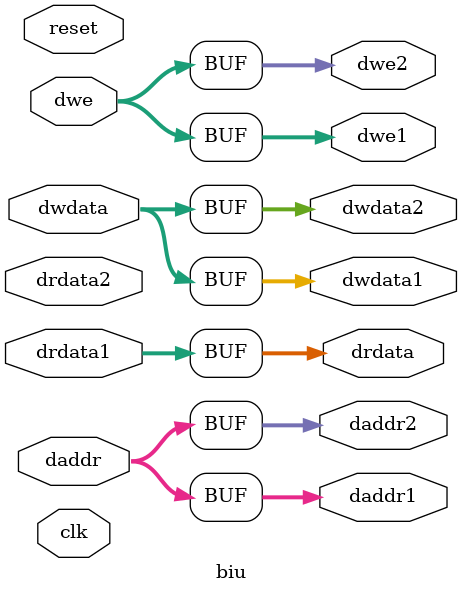
<source format=v>
`timescale 1ns/1ps
module biu (
    input clk,
    input reset,
    input [31:0] daddr,
    input [31:0] dwdata,
    input [3:0] dwe,
    output [31:0] drdata,

    // Signals going to/from dmem
    output [31:0] daddr1,
    output [31:0] dwdata1,
    output [3:0]  dwe1,
    input  [31:0] drdata1,

    // Signals going to/from peripheral
    output [31:0] daddr2,
    output [31:0] dwdata2,
    output [3:0]  dwe2,
    input  [31:0] drdata2
);

    // Modify below so that depending on the actual daddr range the BIU decides whether 
    // the response was from DMEM or peripheral - maybe a MUX?
    assign drdata = drdata1;

    // Send values to DMEM or peripheral (or both if it does not matter)
    // as required
    assign daddr1 = daddr;
    assign dwdata1 = dwdata;
    assign dwe1 = dwe;

    assign daddr2 = daddr;
    assign dwdata2 = dwdata;
    assign dwe2 = dwe;

endmodule
</source>
